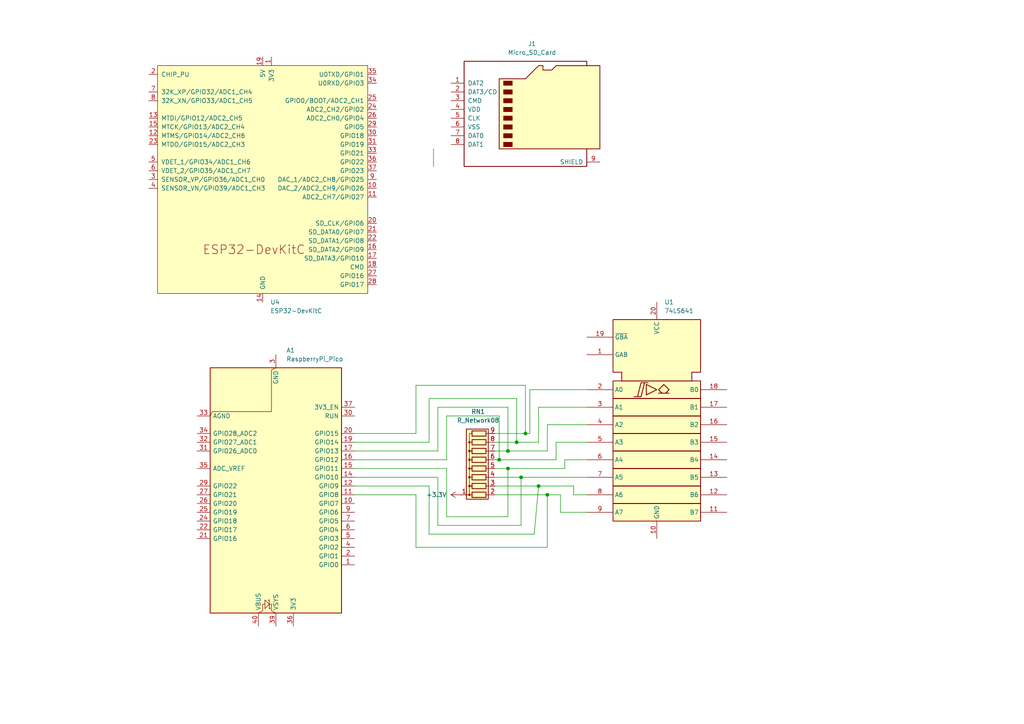
<source format=kicad_sch>
(kicad_sch (version 20231120) (generator "eeschema") (generator_version "8.0")
  (paper "A4")
  (lib_symbols
    (symbol "74xx_IEEE:74LS641"
      (property "Reference" "U" (at 7.62 12.7 0))
      (property "Value" "74LS641" (at 2.54 -15.24 0))
      (symbol "74LS641_0_0"
        (polyline (pts (xy -3.048 14.224) (xy -3.048 11.176) (xy 0 12.7) (xy -3.048 14.224) (xy -3.048 14.224)) (stroke (width 0.254)) (fill (type background)))
        (polyline (pts (xy -6.604 10.668) (xy -4.572 10.668) (xy -3.556 14.732) (xy -2.54 14.732) (xy -4.572 14.732) (xy -5.588 10.668) (xy -5.588 10.668)) (stroke (width 0.254)) (fill (type background)))
        (polyline (pts (xy 2.032 14.224) (xy 3.556 12.7) (xy 2.54 11.684) (xy 3.556 11.684) (xy 0.508 11.684) (xy 1.524 11.684) (xy 0.508 12.7) (xy 2.032 14.224) (xy 2.032 14.224)) (stroke (width 0.254)) (fill (type background)))
        (pin power_in line (at 0 -30.48 90) (length 5.08) (name "GND") (number "10"))
        (pin power_in line (at 0 38.1 270) (length 5.08) (name "VCC") (number "20"))
      )
      (symbol "74LS641_0_1"
        (rectangle (start -12.7 -20.32) (end 12.7 -25.4) (stroke (width 0.254)) (fill (type background)))
        (rectangle (start -12.7 -15.24) (end 12.7 -20.32) (stroke (width 0.254)) (fill (type background)))
        (rectangle (start -12.7 -10.16) (end 12.7 -15.24) (stroke (width 0.254)) (fill (type background)))
        (rectangle (start -12.7 -5.08) (end 12.7 -10.16) (stroke (width 0.254)) (fill (type background)))
        (rectangle (start -12.7 0) (end 12.7 -5.08) (stroke (width 0.254)) (fill (type background)))
        (rectangle (start -12.7 5.08) (end 12.7 0) (stroke (width 0.254)) (fill (type background)))
        (rectangle (start -12.7 10.16) (end 12.7 5.08) (stroke (width 0.254)) (fill (type background)))
        (rectangle (start -12.7 15.24) (end 12.7 10.16) (stroke (width 0.254)) (fill (type background)))
        (polyline (pts (xy -10.16 15.24) (xy -10.16 17.78) (xy -12.7 17.78) (xy -12.7 33.02) (xy 12.7 33.02) (xy 12.7 17.78) (xy 10.16 17.78) (xy 10.16 15.24) (xy 10.16 15.24)) (stroke (width 0.254)) (fill (type background)))
      )
      (symbol "74LS641_1_1"
        (pin input line (at -20.32 22.86 0) (length 7.62) (name "GAB") (number "1"))
        (pin tri_state line (at 20.32 -22.86 180) (length 7.62) (name "B7") (number "11"))
        (pin tri_state line (at 20.32 -17.78 180) (length 7.62) (name "B6") (number "12"))
        (pin tri_state line (at 20.32 -12.7 180) (length 7.62) (name "B5") (number "13"))
        (pin tri_state line (at 20.32 -7.62 180) (length 7.62) (name "B4") (number "14"))
        (pin tri_state line (at 20.32 -2.54 180) (length 7.62) (name "B3") (number "15"))
        (pin tri_state line (at 20.32 2.54 180) (length 7.62) (name "B2") (number "16"))
        (pin tri_state line (at 20.32 7.62 180) (length 7.62) (name "B1") (number "17"))
        (pin tri_state line (at 20.32 12.7 180) (length 7.62) (name "B0") (number "18"))
        (pin input line (at -20.32 27.94 0) (length 7.62) (name "~{GBA}") (number "19"))
        (pin tri_state line (at -20.32 12.7 0) (length 7.62) (name "A0") (number "2"))
        (pin tri_state line (at -20.32 7.62 0) (length 7.62) (name "A1") (number "3"))
        (pin tri_state line (at -20.32 2.54 0) (length 7.62) (name "A2") (number "4"))
        (pin tri_state line (at -20.32 -2.54 0) (length 7.62) (name "A3") (number "5"))
        (pin tri_state line (at -20.32 -7.62 0) (length 7.62) (name "A4") (number "6"))
        (pin tri_state line (at -20.32 -12.7 0) (length 7.62) (name "A5") (number "7"))
        (pin tri_state line (at -20.32 -17.78 0) (length 7.62) (name "A6") (number "8"))
        (pin tri_state line (at -20.32 -22.86 0) (length 7.62) (name "A7") (number "9"))
      )
    )
    (symbol "Connector:Micro_SD_Card" (pin_names (offset 1.016))
      (property "Reference" "J" (at -16.51 15.24 0))
      (property "Value" "Micro_SD_Card" (at 16.51 15.24 0))
      (symbol "Micro_SD_Card_0_1"
        (rectangle (start -7.62 -9.525) (end -5.08 -10.795) (fill (type outline)))
        (rectangle (start -7.62 -6.985) (end -5.08 -8.255) (fill (type outline)))
        (rectangle (start -7.62 -4.445) (end -5.08 -5.715) (fill (type outline)))
        (rectangle (start -7.62 -1.905) (end -5.08 -3.175) (fill (type outline)))
        (rectangle (start -7.62 0.635) (end -5.08 -0.635) (fill (type outline)))
        (rectangle (start -7.62 3.175) (end -5.08 1.905) (fill (type outline)))
        (rectangle (start -7.62 5.715) (end -5.08 4.445) (fill (type outline)))
        (rectangle (start -7.62 8.255) (end -5.08 6.985) (fill (type outline)))
        (polyline (pts (xy 16.51 12.7) (xy 16.51 13.97) (xy -19.05 13.97) (xy -19.05 -16.51) (xy 16.51 -16.51) (xy 16.51 -11.43)) (stroke (width 0.254)))
        (polyline (pts (xy -8.89 -11.43) (xy -8.89 8.89) (xy -1.27 8.89) (xy 2.54 12.7) (xy 3.81 12.7) (xy 3.81 11.43) (xy 6.35 11.43) (xy 7.62 12.7) (xy 20.32 12.7) (xy 20.32 -11.43) (xy -8.89 -11.43)) (stroke (width 0.254)) (fill (type background)))
      )
      (symbol "Micro_SD_Card_1_1"
        (pin bidirectional line (at -22.86 7.62 0) (length 3.81) (name "DAT2") (number "1"))
        (pin bidirectional line (at -22.86 5.08 0) (length 3.81) (name "DAT3/CD") (number "2"))
        (pin input line (at -22.86 2.54 0) (length 3.81) (name "CMD") (number "3"))
        (pin power_in line (at -22.86 0 0) (length 3.81) (name "VDD") (number "4"))
        (pin input line (at -22.86 -2.54 0) (length 3.81) (name "CLK") (number "5"))
        (pin power_in line (at -22.86 -5.08 0) (length 3.81) (name "VSS") (number "6"))
        (pin bidirectional line (at -22.86 -7.62 0) (length 3.81) (name "DAT0") (number "7"))
        (pin bidirectional line (at -22.86 -10.16 0) (length 3.81) (name "DAT1") (number "8"))
        (pin passive line (at 20.32 -15.24 180) (length 3.81) (name "SHIELD") (number "9"))
      )
    )
    (symbol "Device:R_Network08" (pin_names (offset 0) hide)
      (property "Reference" "RN" (at -12.7 0 90))
      (property "Value" "R_Network08" (at 10.16 0 90))
      (symbol "R_Network08_0_1"
        (rectangle (start -11.43 -3.175) (end 8.89 3.175) (stroke (width 0.254)) (fill (type background)))
        (rectangle (start -10.922 1.524) (end -9.398 -2.54) (stroke (width 0.254)))
        (circle (center -10.16 2.286) (radius 0.254) (fill (type outline)))
        (rectangle (start -8.382 1.524) (end -6.858 -2.54) (stroke (width 0.254)))
        (circle (center -7.62 2.286) (radius 0.254) (fill (type outline)))
        (rectangle (start -5.842 1.524) (end -4.318 -2.54) (stroke (width 0.254)))
        (circle (center -5.08 2.286) (radius 0.254) (fill (type outline)))
        (rectangle (start -3.302 1.524) (end -1.778 -2.54) (stroke (width 0.254)))
        (circle (center -2.54 2.286) (radius 0.254) (fill (type outline)))
        (rectangle (start -0.762 1.524) (end 0.762 -2.54) (stroke (width 0.254)))
        (polyline (pts (xy -10.16 -2.54) (xy -10.16 -3.81)))
        (polyline (pts (xy -7.62 -2.54) (xy -7.62 -3.81)))
        (polyline (pts (xy -5.08 -2.54) (xy -5.08 -3.81)))
        (polyline (pts (xy -2.54 -2.54) (xy -2.54 -3.81)))
        (polyline (pts (xy 0 -2.54) (xy 0 -3.81)))
        (polyline (pts (xy 2.54 -2.54) (xy 2.54 -3.81)))
        (polyline (pts (xy 5.08 -2.54) (xy 5.08 -3.81)))
        (polyline (pts (xy 7.62 -2.54) (xy 7.62 -3.81)))
        (polyline (pts (xy -10.16 1.524) (xy -10.16 2.286) (xy -7.62 2.286) (xy -7.62 1.524)))
        (polyline (pts (xy -7.62 1.524) (xy -7.62 2.286) (xy -5.08 2.286) (xy -5.08 1.524)))
        (polyline (pts (xy -5.08 1.524) (xy -5.08 2.286) (xy -2.54 2.286) (xy -2.54 1.524)))
        (polyline (pts (xy -2.54 1.524) (xy -2.54 2.286) (xy 0 2.286) (xy 0 1.524)))
        (polyline (pts (xy 0 1.524) (xy 0 2.286) (xy 2.54 2.286) (xy 2.54 1.524)))
        (polyline (pts (xy 2.54 1.524) (xy 2.54 2.286) (xy 5.08 2.286) (xy 5.08 1.524)))
        (polyline (pts (xy 5.08 1.524) (xy 5.08 2.286) (xy 7.62 2.286) (xy 7.62 1.524)))
        (circle (center 0 2.286) (radius 0.254) (fill (type outline)))
        (rectangle (start 1.778 1.524) (end 3.302 -2.54) (stroke (width 0.254)))
        (circle (center 2.54 2.286) (radius 0.254) (fill (type outline)))
        (rectangle (start 4.318 1.524) (end 5.842 -2.54) (stroke (width 0.254)))
        (circle (center 5.08 2.286) (radius 0.254) (fill (type outline)))
        (rectangle (start 6.858 1.524) (end 8.382 -2.54) (stroke (width 0.254)))
      )
      (symbol "R_Network08_1_1"
        (pin passive line (at -10.16 5.08 270) (length 2.54) (name "common") (number "1"))
        (pin passive line (at -10.16 -5.08 90) (length 1.27) (name "R1") (number "2"))
        (pin passive line (at -7.62 -5.08 90) (length 1.27) (name "R2") (number "3"))
        (pin passive line (at -5.08 -5.08 90) (length 1.27) (name "R3") (number "4"))
        (pin passive line (at -2.54 -5.08 90) (length 1.27) (name "R4") (number "5"))
        (pin passive line (at 0 -5.08 90) (length 1.27) (name "R5") (number "6"))
        (pin passive line (at 2.54 -5.08 90) (length 1.27) (name "R6") (number "7"))
        (pin passive line (at 5.08 -5.08 90) (length 1.27) (name "R7") (number "8"))
        (pin passive line (at 7.62 -5.08 90) (length 1.27) (name "R8") (number "9"))
      )
    )
    (symbol "Espressif:ESP32-DevKitC" (pin_names (offset 1.016))
      (property "Reference" "U" (at -30.48 38.1 0))
      (property "Value" "ESP32-DevKitC" (at -30.48 35.56 0))
      (symbol "ESP32-DevKitC_0_0"
        (text "ESP32-DevKitC" (at -2.54 -20.32 0) (effects (font (size 2.54 2.54))))
        (pin power_in line (at 0 -35.56 90) (length 2.54) (name "GND") (number "14"))
        (pin power_in line (at 0 35.56 270) (length 2.54) (name "5V") (number "19"))
      )
      (symbol "ESP32-DevKitC_0_1"
        (rectangle (start -30.48 33.02) (end 30.48 -33.02) (fill (type background)))
      )
      (symbol "ESP32-DevKitC_1_1"
        (pin power_in line (at 2.54 35.56 270) (length 2.54) (name "3V3") (number "1"))
        (pin bidirectional line (at 33.02 -2.54 180) (length 2.54) (name "DAC_2/ADC2_CH9/GPIO26") (number "10"))
        (pin bidirectional line (at 33.02 -5.08 180) (length 2.54) (name "ADC2_CH7/GPIO27") (number "11"))
        (pin bidirectional line (at -33.02 12.7 0) (length 2.54) (name "MTMS/GPIO14/ADC2_CH6") (number "12"))
        (pin bidirectional line (at -33.02 17.78 0) (length 2.54) (name "MTDI/GPIO12/ADC2_CH5") (number "13"))
        (pin bidirectional line (at -33.02 15.24 0) (length 2.54) (name "MTCK/GPIO13/ADC2_CH4") (number "15"))
        (pin bidirectional line (at 33.02 -20.32 180) (length 2.54) (name "SD_DATA2/GPIO9") (number "16"))
        (pin bidirectional line (at 33.02 -22.86 180) (length 2.54) (name "SD_DATA3/GPIO10") (number "17"))
        (pin bidirectional line (at 33.02 -25.4 180) (length 2.54) (name "CMD") (number "18"))
        (pin input line (at -33.02 30.48 0) (length 2.54) (name "CHIP_PU") (number "2"))
        (pin bidirectional line (at 33.02 -12.7 180) (length 2.54) (name "SD_CLK/GPIO6") (number "20"))
        (pin bidirectional line (at 33.02 -15.24 180) (length 2.54) (name "SD_DATA0/GPIO7") (number "21"))
        (pin bidirectional line (at 33.02 -17.78 180) (length 2.54) (name "SD_DATA1/GPIO8") (number "22"))
        (pin bidirectional line (at -33.02 10.16 0) (length 2.54) (name "MTDO/GPIO15/ADC2_CH3") (number "23"))
        (pin bidirectional line (at 33.02 20.32 180) (length 2.54) (name "ADC2_CH2/GPIO2") (number "24"))
        (pin bidirectional line (at 33.02 22.86 180) (length 2.54) (name "GPIO0/BOOT/ADC2_CH1") (number "25"))
        (pin bidirectional line (at 33.02 17.78 180) (length 2.54) (name "ADC2_CH0/GPIO4") (number "26"))
        (pin bidirectional line (at 33.02 -27.94 180) (length 2.54) (name "GPIO16") (number "27"))
        (pin bidirectional line (at 33.02 -30.48 180) (length 2.54) (name "GPIO17") (number "28"))
        (pin bidirectional line (at 33.02 15.24 180) (length 2.54) (name "GPIO5") (number "29"))
        (pin input line (at -33.02 0 0) (length 2.54) (name "SENSOR_VP/GPIO36/ADC1_CH0") (number "3"))
        (pin bidirectional line (at 33.02 12.7 180) (length 2.54) (name "GPIO18") (number "30"))
        (pin bidirectional line (at 33.02 10.16 180) (length 2.54) (name "GPIO19") (number "31"))
        (pin passive line (at 0 -35.56 90) (length 2.54) hide (name "GND") (number "32"))
        (pin bidirectional line (at 33.02 7.62 180) (length 2.54) (name "GPIO21") (number "33"))
        (pin bidirectional line (at 33.02 27.94 180) (length 2.54) (name "U0RXD/GPIO3") (number "34"))
        (pin bidirectional line (at 33.02 30.48 180) (length 2.54) (name "U0TXD/GPIO1") (number "35"))
        (pin bidirectional line (at 33.02 5.08 180) (length 2.54) (name "GPIO22") (number "36"))
        (pin bidirectional line (at 33.02 2.54 180) (length 2.54) (name "GPIO23") (number "37"))
        (pin passive line (at 0 -35.56 90) (length 2.54) hide (name "GND") (number "38"))
        (pin input line (at -33.02 -2.54 0) (length 2.54) (name "SENSOR_VN/GPIO39/ADC1_CH3") (number "4"))
        (pin input line (at -33.02 5.08 0) (length 2.54) (name "VDET_1/GPIO34/ADC1_CH6") (number "5"))
        (pin input line (at -33.02 2.54 0) (length 2.54) (name "VDET_2/GPIO35/ADC1_CH7") (number "6"))
        (pin bidirectional line (at -33.02 25.4 0) (length 2.54) (name "32K_XP/GPIO32/ADC1_CH4") (number "7"))
        (pin bidirectional line (at -33.02 22.86 0) (length 2.54) (name "32K_XN/GPIO33/ADC1_CH5") (number "8"))
        (pin bidirectional line (at 33.02 0 180) (length 2.54) (name "DAC_1/ADC2_CH8/GPIO25") (number "9"))
      )
    )
    (symbol "MCU_Module_RaspberryPi_Pico:RaspberryPi_Pico" (pin_names (offset 0.762))
      (property "Reference" "A" (at -19.05 38.1 0))
      (property "Value" "RaspberryPi_Pico" (at 7.62 38.1 0))
      (symbol "RaspberryPi_Pico_0_1"
        (rectangle (start -19.05 36.83) (end 19.05 -34.29) (stroke (width 0.254)) (fill (type background)))
        (polyline (pts (xy 0 36.83) (xy 1.27 36.195) (xy 1.27 34.29) (xy 1.905 34.29)))
        (polyline (pts (xy 1.905 34.29) (xy 3.175 35.56) (xy 3.175 33.02) (xy 1.905 34.29)))
        (polyline (pts (xy 5.08 36.83) (xy 3.81 36.195) (xy 3.81 34.29) (xy 3.175 34.29)))
        (polyline (pts (xy 0 -34.29) (xy 1.27 -33.655) (xy 1.27 -21.59) (xy 18.415 -21.59) (xy 19.05 -20.32)))
        (polyline (pts (xy 1.651 35.306) (xy 1.651 35.56) (xy 1.905 35.56) (xy 1.905 33.02) (xy 2.159 33.02) (xy 2.159 33.274)))
      )
      (symbol "RaspberryPi_Pico_1_1"
        (pin bidirectional line (at -22.86 22.86 0) (length 3.81) (name "GPIO0") (number "1"))
        (pin bidirectional line (at -22.86 5.08 0) (length 3.81) (name "GPIO7") (number "10"))
        (pin bidirectional line (at -22.86 2.54 0) (length 3.81) (name "GPIO8") (number "11"))
        (pin bidirectional line (at -22.86 0 0) (length 3.81) (name "GPIO9") (number "12"))
        (pin passive line (at 0 -38.1 90) (length 3.81) hide (name "GND") (number "13"))
        (pin bidirectional line (at -22.86 -2.54 0) (length 3.81) (name "GPIO10") (number "14"))
        (pin bidirectional line (at -22.86 -5.08 0) (length 3.81) (name "GPIO11") (number "15"))
        (pin bidirectional line (at -22.86 -7.62 0) (length 3.81) (name "GPIO12") (number "16"))
        (pin bidirectional line (at -22.86 -10.16 0) (length 3.81) (name "GPIO13") (number "17"))
        (pin passive line (at 0 -38.1 90) (length 3.81) hide (name "GND") (number "18"))
        (pin bidirectional line (at -22.86 -12.7 0) (length 3.81) (name "GPIO14") (number "19"))
        (pin bidirectional line (at -22.86 20.32 0) (length 3.81) (name "GPIO1") (number "2"))
        (pin bidirectional line (at -22.86 -15.24 0) (length 3.81) (name "GPIO15") (number "20"))
        (pin bidirectional line (at 22.86 15.24 180) (length 3.81) (name "GPIO16") (number "21"))
        (pin bidirectional line (at 22.86 12.7 180) (length 3.81) (name "GPIO17") (number "22"))
        (pin passive line (at 0 -38.1 90) (length 3.81) hide (name "GND") (number "23"))
        (pin bidirectional line (at 22.86 10.16 180) (length 3.81) (name "GPIO18") (number "24"))
        (pin bidirectional line (at 22.86 7.62 180) (length 3.81) (name "GPIO19") (number "25"))
        (pin bidirectional line (at 22.86 5.08 180) (length 3.81) (name "GPIO20") (number "26"))
        (pin bidirectional line (at 22.86 2.54 180) (length 3.81) (name "GPIO21") (number "27"))
        (pin passive line (at 0 -38.1 90) (length 3.81) hide (name "GND") (number "28"))
        (pin bidirectional line (at 22.86 0 180) (length 3.81) (name "GPIO22") (number "29"))
        (pin power_out line (at 0 -38.1 90) (length 3.81) (name "GND") (number "3"))
        (pin input line (at -22.86 -20.32 0) (length 3.81) (name "RUN") (number "30"))
        (pin bidirectional line (at 22.86 -10.16 180) (length 3.81) (name "GPIO26_ADC0") (number "31"))
        (pin bidirectional line (at 22.86 -12.7 180) (length 3.81) (name "GPIO27_ADC1") (number "32"))
        (pin power_out line (at 22.86 -20.32 180) (length 3.81) (name "AGND") (number "33"))
        (pin bidirectional line (at 22.86 -15.24 180) (length 3.81) (name "GPIO28_ADC2") (number "34"))
        (pin power_in line (at 22.86 -5.08 180) (length 3.81) (name "ADC_VREF") (number "35"))
        (pin power_out line (at -5.08 40.64 270) (length 3.81) (name "3V3") (number "36"))
        (pin input line (at -22.86 -22.86 0) (length 3.81) (name "3V3_EN") (number "37"))
        (pin passive line (at 0 -38.1 90) (length 3.81) hide (name "GND") (number "38"))
        (pin power_in line (at 0 40.64 270) (length 3.81) (name "VSYS") (number "39"))
        (pin bidirectional line (at -22.86 17.78 0) (length 3.81) (name "GPIO2") (number "4"))
        (pin power_out line (at 5.08 40.64 270) (length 3.81) (name "VBUS") (number "40"))
        (pin bidirectional line (at -22.86 15.24 0) (length 3.81) (name "GPIO3") (number "5"))
        (pin bidirectional line (at -22.86 12.7 0) (length 3.81) (name "GPIO4") (number "6"))
        (pin bidirectional line (at -22.86 10.16 0) (length 3.81) (name "GPIO5") (number "7"))
        (pin passive line (at 0 -38.1 90) (length 3.81) hide (name "GND") (number "8"))
        (pin bidirectional line (at -22.86 7.62 0) (length 3.81) (name "GPIO6") (number "9"))
      )
    )
    (symbol "power:+3.3V" (power) (pin_numbers hide) (pin_names (offset 0) hide)
      (property "Value" "+3.3V" (at 0 3.556 0))
      (symbol "+3.3V_0_1"
        (polyline (pts (xy -0.762 1.27) (xy 0 2.54)))
        (polyline (pts (xy 0 0) (xy 0 2.54)))
        (polyline (pts (xy 0 2.54) (xy 0.762 1.27)))
      )
      (symbol "+3.3V_1_1"
        (pin power_in line (at 0 0 90) (length 0) (name "~") (number "1"))
      )
    )
  )
  (junction (at 152.4 125.73))
  (junction (at 149.86 128.27))
  (junction (at 156.21 140.97))
  (junction (at 151.13 138.43))
  (junction (at 158.75 143.51))
  (junction (at 144.78 133.35))
  (junction (at 147.32 135.89))
  (junction (at 147.32 130.81))
  (wire (pts (xy 129.54 135.89) (xy 129.54 149.86)))
  (wire (pts (xy 158.75 143.51) (xy 162.56 143.51)))
  (wire (pts (xy 162.56 143.51) (xy 162.56 148.59)))
  (wire (pts (xy 143.51 135.89) (xy 147.32 135.89)))
  (wire (pts (xy 120.65 158.75) (xy 158.75 158.75)))
  (wire (pts (xy 143.51 140.97) (xy 156.21 140.97)))
  (wire (pts (xy 102.87 138.43) (xy 127 138.43)))
  (wire (pts (xy 163.83 135.89) (xy 163.83 133.35)))
  (wire (pts (xy 129.54 120.65) (xy 144.78 120.65)))
  (wire (pts (xy 149.86 115.57) (xy 149.86 128.27)))
  (wire (pts (xy 143.51 125.73) (xy 152.4 125.73)))
  (wire (pts (xy 156.21 118.11) (xy 170.18 118.11)))
  (wire (pts (xy 158.75 158.75) (xy 158.75 143.51)))
  (wire (pts (xy 163.83 133.35) (xy 170.18 133.35)))
  (wire (pts (xy 147.32 130.81) (xy 158.75 130.81)))
  (wire (pts (xy 102.87 125.73) (xy 120.65 125.73)))
  (wire (pts (xy 120.65 143.51) (xy 120.65 158.75)))
  (wire (pts (xy 102.87 143.51) (xy 120.65 143.51)))
  (wire (pts (xy 102.87 133.35) (xy 129.54 133.35)))
  (wire (pts (xy 156.21 128.27) (xy 156.21 118.11)))
  (wire (pts (xy 102.87 128.27) (xy 124.46 128.27)))
  (wire (pts (xy 151.13 138.43) (xy 170.18 138.43)))
  (wire (pts (xy 166.37 143.51) (xy 170.18 143.51)))
  (wire (pts (xy 152.4 111.76) (xy 152.4 125.73)))
  (wire (pts (xy 102.87 140.97) (xy 124.46 140.97)))
  (wire (pts (xy 102.87 130.81) (xy 127 130.81)))
  (wire (pts (xy 153.67 125.73) (xy 153.67 113.03)))
  (wire (pts (xy 144.78 133.35) (xy 143.51 133.35)))
  (wire (pts (xy 143.51 143.51) (xy 158.75 143.51)))
  (wire (pts (xy 147.32 135.89) (xy 163.83 135.89)))
  (wire (pts (xy 161.29 128.27) (xy 161.29 133.35)))
  (wire (pts (xy 127 118.11) (xy 147.32 118.11)))
  (wire (pts (xy 147.32 149.86) (xy 147.32 135.89)))
  (wire (pts (xy 124.46 140.97) (xy 124.46 154.94)))
  (wire (pts (xy 153.67 113.03) (xy 170.18 113.03)))
  (wire (pts (xy 149.86 128.27) (xy 156.21 128.27)))
  (wire (pts (xy 156.21 140.97) (xy 166.37 140.97)))
  (wire (pts (xy 129.54 149.86) (xy 147.32 149.86)))
  (wire (pts (xy 161.29 133.35) (xy 144.78 133.35)))
  (wire (pts (xy 143.51 128.27) (xy 149.86 128.27)))
  (wire (pts (xy 127 152.4) (xy 151.13 152.4)))
  (wire (pts (xy 143.51 130.81) (xy 147.32 130.81)))
  (wire (pts (xy 166.37 140.97) (xy 166.37 143.51)))
  (wire (pts (xy 127 138.43) (xy 127 152.4)))
  (wire (pts (xy 154.94 154.94) (xy 156.21 140.97)))
  (wire (pts (xy 124.46 154.94) (xy 154.94 154.94)))
  (wire (pts (xy 120.65 111.76) (xy 152.4 111.76)))
  (wire (pts (xy 124.46 128.27) (xy 124.46 115.57)))
  (wire (pts (xy 151.13 152.4) (xy 151.13 138.43)))
  (wire (pts (xy 120.65 125.73) (xy 120.65 111.76)))
  (wire (pts (xy 127 130.81) (xy 127 118.11)))
  (wire (pts (xy 102.87 135.89) (xy 129.54 135.89)))
  (wire (pts (xy 158.75 130.81) (xy 158.75 123.19)))
  (wire (pts (xy 124.46 115.57) (xy 149.86 115.57)))
  (wire (pts (xy 129.54 133.35) (xy 129.54 120.65)))
  (wire (pts (xy 143.51 138.43) (xy 151.13 138.43)))
  (wire (pts (xy 144.78 120.65) (xy 144.78 133.35)))
  (wire (pts (xy 162.56 148.59) (xy 170.18 148.59)))
  (wire (pts (xy 158.75 123.19) (xy 170.18 123.19)))
  (wire (pts (xy 170.18 128.27) (xy 161.29 128.27)))
  (wire (pts (xy 152.4 125.73) (xy 153.67 125.73)))
  (wire (pts (xy 147.32 118.11) (xy 147.32 130.81)))
  (wire (pts (xy 125.73 43.18) (xy 125.73 48.26)))
  (symbol (lib_id "74xx_IEEE:74LS641") (at 190.5 125.73 0) (unit 1)
    (property "Reference" "U1" (at 192.6941 87.63 0) (effects (justify left)))
    (property "Value" "74LS641" (at 192.6941 90.17 0) (effects (justify left)))
  )
  (symbol (lib_id "power:+3.3V") (at 133.35 143.51 90) (unit 1)
    (property "Reference" "#PWR01" (effects (hide yes)))
    (property "Value" "+3.3V" (at 129.54 143.5099 90) (effects (justify left)))
    (property "Description" "Power symbol creates a global label with name \"+3.3V\"" (effects (hide yes)))
  )
  (symbol (lib_id "Espressif:ESP32-DevKitC") (at 76.2 52.07 0) (unit 1)
    (property "Reference" "U4" (at 78.3941 87.63 0) (effects (justify left)))
    (property "Value" "ESP32-DevKitC" (at 78.3941 90.17 0) (effects (justify left)))
    (property "Footprint" "PCM_Espressif:ESP32-DevKitC" (effects (hide yes)))
    (property "Datasheet" "https://docs.espressif.com/projects/esp-idf/zh_CN/latest/esp32/hw-reference/esp32/get-started-devkitc.html" (effects (hide yes)))
    (property "Description" "Development Kit" (effects (hide yes)))
  )
  (symbol (lib_id "Connector:Micro_SD_Card") (at 153.67 31.75 0) (unit 1)
    (property "Reference" "J1" (at 154.305 12.7 0))
    (property "Value" "Micro_SD_Card" (at 154.305 15.24 0))
    (property "Datasheet" "http://katalog.we-online.de/em/datasheet/693072010801.pdf" (effects (hide yes)))
    (property "Description" "Micro SD Card Socket" (effects (hide yes)))
  )
  (symbol (lib_id "Device:R_Network08") (at 138.43 133.35 90) (unit 1)
    (property "Reference" "RN1" (at 138.684 119.38 90))
    (property "Value" "R_Network08" (at 138.684 121.92 90))
    (property "Footprint" "Resistor_THT:R_Array_SIP9" (effects (hide yes)))
    (property "Datasheet" "http://www.vishay.com/docs/31509/csc.pdf" (effects (hide yes)))
    (property "Description" "8 resistor network, star topology, bussed resistors, small symbol" (effects (hide yes)))
  )
  (symbol (lib_id "MCU_Module_RaspberryPi_Pico:RaspberryPi_Pico") (at 80.01 140.97 180) (unit 1)
    (property "Reference" "A1" (at 83.0265 101.6 0) (effects (justify right)))
    (property "Value" "RaspberryPi_Pico" (at 83.0265 104.14 0) (effects (justify right)))
    (property "Footprint" "Module_RaspberryPi_Pico:RaspberryPi_Pico_Common" (effects (hide yes)))
    (property "Datasheet" "https://datasheets.raspberrypi.com/pico/pico-datasheet.pdf" (effects (hide yes)))
    (property "Description" "Versatile and inexpensive microcontroller module powered by RP2040 dual-core Arm Cortex-M0+ processor up to 133 MHz, 264kB SRAM, 2MB QSPI flash" (effects (hide yes)))
  )
)
</source>
